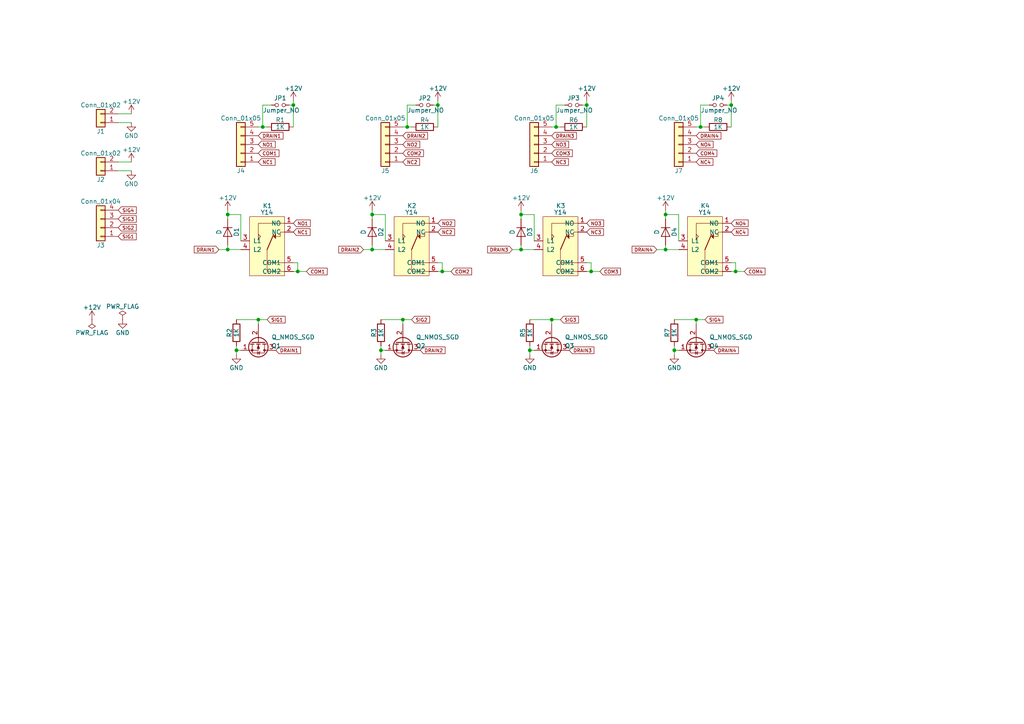
<source format=kicad_sch>
(kicad_sch (version 20230121) (generator eeschema)
  (paper "A4")
  (lib_symbols
    (symbol "relays_base-rescue:+12V" (power) (pin_names (offset 0))
      (property "Value" "+12V" (at 0 3.556 0))
      (symbol "+12V_0_1"
        (polyline (pts (xy -0.762 1.27) (xy 0 2.54)))
        (polyline (pts (xy 0 0) (xy 0 2.54)))
        (polyline (pts (xy 0 2.54) (xy 0.762 1.27)))
      )
      (symbol "+12V_1_1"
        (pin power_in line (at 0 0 90) (length 0) hide (name "+12V") (number "1"))
      )
    )
    (symbol "relays_base-rescue:Conn_01x02" (pin_names (offset 1.016) hide)
      (property "Reference" "J" (at 0 2.54 0))
      (property "Value" "Conn_01x02" (at 0 -5.08 0))
      (symbol "Conn_01x02_1_1"
        (rectangle (start -1.27 -2.413) (end 0 -2.667) (stroke (width 0.1524)))
        (rectangle (start -1.27 0.127) (end 0 -0.127) (stroke (width 0.1524)))
        (rectangle (start -1.27 1.27) (end 1.27 -3.81) (stroke (width 0.254)) (fill (type background)))
        (pin passive line (at -5.08 0 0) (length 3.81) (name "Pin_1") (number "1"))
        (pin passive line (at -5.08 -2.54 0) (length 3.81) (name "Pin_2") (number "2"))
      )
    )
    (symbol "relays_base-rescue:Conn_01x04" (pin_names (offset 1.016) hide)
      (property "Reference" "J" (at 0 5.08 0))
      (property "Value" "Conn_01x04" (at 0 -7.62 0))
      (symbol "Conn_01x04_1_1"
        (rectangle (start -1.27 -4.953) (end 0 -5.207) (stroke (width 0.1524)))
        (rectangle (start -1.27 -2.413) (end 0 -2.667) (stroke (width 0.1524)))
        (rectangle (start -1.27 0.127) (end 0 -0.127) (stroke (width 0.1524)))
        (rectangle (start -1.27 2.667) (end 0 2.413) (stroke (width 0.1524)))
        (rectangle (start -1.27 3.81) (end 1.27 -6.35) (stroke (width 0.254)) (fill (type background)))
        (pin passive line (at -5.08 2.54 0) (length 3.81) (name "Pin_1") (number "1"))
        (pin passive line (at -5.08 0 0) (length 3.81) (name "Pin_2") (number "2"))
        (pin passive line (at -5.08 -2.54 0) (length 3.81) (name "Pin_3") (number "3"))
        (pin passive line (at -5.08 -5.08 0) (length 3.81) (name "Pin_4") (number "4"))
      )
    )
    (symbol "relays_base-rescue:Conn_01x05" (pin_names (offset 1.016) hide)
      (property "Reference" "J" (at 0 7.62 0))
      (property "Value" "Conn_01x05" (at 0 -7.62 0))
      (symbol "Conn_01x05_1_1"
        (rectangle (start -1.27 -4.953) (end 0 -5.207) (stroke (width 0.1524)))
        (rectangle (start -1.27 -2.413) (end 0 -2.667) (stroke (width 0.1524)))
        (rectangle (start -1.27 0.127) (end 0 -0.127) (stroke (width 0.1524)))
        (rectangle (start -1.27 2.667) (end 0 2.413) (stroke (width 0.1524)))
        (rectangle (start -1.27 5.207) (end 0 4.953) (stroke (width 0.1524)))
        (rectangle (start -1.27 6.35) (end 1.27 -6.35) (stroke (width 0.254)) (fill (type background)))
        (pin passive line (at -5.08 5.08 0) (length 3.81) (name "Pin_1") (number "1"))
        (pin passive line (at -5.08 2.54 0) (length 3.81) (name "Pin_2") (number "2"))
        (pin passive line (at -5.08 0 0) (length 3.81) (name "Pin_3") (number "3"))
        (pin passive line (at -5.08 -2.54 0) (length 3.81) (name "Pin_4") (number "4"))
        (pin passive line (at -5.08 -5.08 0) (length 3.81) (name "Pin_5") (number "5"))
      )
    )
    (symbol "relays_base-rescue:D" (pin_numbers hide) (pin_names (offset 1.016) hide)
      (property "Reference" "D" (at 0 2.54 0))
      (property "Value" "D" (at 0 -2.54 0))
      (symbol "D_0_1"
        (polyline (pts (xy -1.27 1.27) (xy -1.27 -1.27)) (stroke (width 0.2032)))
        (polyline (pts (xy 1.27 0) (xy -1.27 0)))
        (polyline (pts (xy 1.27 1.27) (xy 1.27 -1.27) (xy -1.27 0) (xy 1.27 1.27)) (stroke (width 0.2032)))
      )
      (symbol "D_1_1"
        (pin passive line (at -3.81 0 0) (length 2.54) (name "K") (number "1"))
        (pin passive line (at 3.81 0 180) (length 2.54) (name "A") (number "2"))
      )
    )
    (symbol "relays_base-rescue:GND" (power) (pin_names (offset 0))
      (property "Value" "GND" (at 0 -3.81 0))
      (symbol "GND_0_1"
        (polyline (pts (xy 0 0) (xy 0 -1.27) (xy 1.27 -1.27) (xy 0 -2.54) (xy -1.27 -1.27) (xy 0 -1.27)))
      )
      (symbol "GND_1_1"
        (pin power_in line (at 0 0 270) (length 0) hide (name "GND") (number "1"))
      )
    )
    (symbol "relays_base-rescue:Jumper_NO_Small" (pin_numbers hide) (pin_names (offset 0.762) hide)
      (property "Reference" "JP" (at 0 2.032 0))
      (property "Value" "Jumper_NO_Small" (at 0.254 -1.524 0))
      (symbol "Jumper_NO_Small_0_1"
        (circle (center -1.016 0) (radius 0.508))
        (circle (center 1.016 0) (radius 0.508))
        (pin passive line (at -2.54 0 0) (length 1.016) (name "1") (number "1"))
        (pin passive line (at 2.54 0 180) (length 1.016) (name "2") (number "2"))
      )
    )
    (symbol "relays_base-rescue:PWR_FLAG" (power) (pin_numbers hide) (pin_names (offset 0) hide)
      (property "Value" "PWR_FLAG" (at 0 3.81 0))
      (symbol "PWR_FLAG_0_0"
        (pin power_out line (at 0 0 90) (length 0) (name "pwr") (number "1"))
      )
      (symbol "PWR_FLAG_0_1"
        (polyline (pts (xy 0 0) (xy 0 1.27) (xy -1.016 1.905) (xy 0 2.54) (xy 1.016 1.905) (xy 0 1.27)))
      )
    )
    (symbol "relays_base-rescue:Q_NMOS_SGD" (pin_names (offset 0) hide)
      (property "Reference" "Q" (at 5.08 1.27 0))
      (property "Value" "Q_NMOS_SGD" (at 5.08 -1.27 0))
      (symbol "Q_NMOS_SGD_0_1"
        (polyline (pts (xy 0.0508 0) (xy 0.254 0)))
        (polyline (pts (xy 0.762 -1.778) (xy 2.54 -1.778)))
        (polyline (pts (xy 0.762 -1.27) (xy 0.762 -2.286)) (stroke (width 0.254)))
        (polyline (pts (xy 0.762 0) (xy 2.54 0)))
        (polyline (pts (xy 0.762 0.508) (xy 0.762 -0.508)) (stroke (width 0.254)))
        (polyline (pts (xy 0.762 1.778) (xy 2.54 1.778)))
        (polyline (pts (xy 0.762 2.286) (xy 0.762 1.27)) (stroke (width 0.254)))
        (polyline (pts (xy 2.54 -1.778) (xy 2.54 -2.54)))
        (polyline (pts (xy 2.54 -1.778) (xy 2.54 0)))
        (polyline (pts (xy 2.54 2.54) (xy 2.54 1.778)))
        (polyline (pts (xy 0.254 1.905) (xy 0.254 -1.905) (xy 0.254 -1.905)) (stroke (width 0.254)))
        (polyline (pts (xy 1.016 0) (xy 2.032 0.381) (xy 2.032 -0.381) (xy 1.016 0)) (fill (type outline)))
        (polyline (pts (xy 2.54 -1.778) (xy 3.302 -1.778) (xy 3.302 1.778) (xy 2.54 1.778)))
        (polyline (pts (xy 2.794 0.508) (xy 2.921 0.381) (xy 3.683 0.381) (xy 3.81 0.254)))
        (polyline (pts (xy 3.302 0.381) (xy 2.921 -0.254) (xy 3.683 -0.254) (xy 3.302 0.381)))
        (circle (center 1.651 0) (radius 2.8194) (stroke (width 0.254)))
        (circle (center 2.54 -1.778) (radius 0.2794) (fill (type outline)))
        (circle (center 2.54 1.778) (radius 0.2794) (fill (type outline)))
      )
      (symbol "Q_NMOS_SGD_1_1"
        (pin passive line (at 2.54 -5.08 90) (length 2.54) (name "S") (number "1"))
        (pin input line (at -5.08 0 0) (length 5.08) (name "G") (number "2"))
        (pin passive line (at 2.54 5.08 270) (length 2.54) (name "D") (number "3"))
      )
    )
    (symbol "relays_base-rescue:R-RESCUE-relays_base" (pin_numbers hide) (pin_names (offset 0))
      (property "Reference" "R" (at 2.032 0 90))
      (property "Value" "R-RESCUE-relays_base" (at 0 0 90))
      (symbol "R-RESCUE-relays_base_0_1"
        (rectangle (start -1.016 -2.54) (end 1.016 2.54) (stroke (width 0.254)))
      )
      (symbol "R-RESCUE-relays_base_1_1"
        (pin passive line (at 0 3.81 270) (length 1.27) (name "~") (number "1"))
        (pin passive line (at 0 -3.81 90) (length 1.27) (name "~") (number "2"))
      )
    )
    (symbol "relays_base-rescue:Y14" (pin_names (offset 1.016))
      (property "Reference" "K" (at -1.27 11.43 0))
      (property "Value" "Y14" (at -1.905 9.525 0))
      (symbol "Y14_0_0"
        (polyline (pts (xy -2.54 1.905) (xy -2.54 3.175) (xy -1.905 2.54) (xy -2.54 1.905)))
      )
      (symbol "Y14_0_1"
        (rectangle (start -5.08 7.62) (end -5.08 7.62) (stroke (width 0.1016)))
        (rectangle (start -5.08 8.255) (end 5.08 -8.89) (stroke (width 0.127)) (fill (type background)))
        (polyline (pts (xy 1.905 3.175) (xy 0 -1.27)) (stroke (width 0.254)))
        (polyline (pts (xy 5.08 -5.08) (xy 0 -5.08)) (stroke (width 0.127)))
        (polyline (pts (xy -2.54 3.175) (xy -2.54 6.35) (xy 5.08 6.35)) (stroke (width 0.127)))
        (polyline (pts (xy 0 -1.27) (xy 0 -7.62) (xy 5.08 -7.62)) (stroke (width 0.127)))
        (polyline (pts (xy 2.54 3.175) (xy 1.905 2.54) (xy 2.54 1.905)) (fill (type outline)))
        (polyline (pts (xy 2.54 2.54) (xy 3.81 2.54) (xy 3.81 3.81) (xy 5.08 3.81)) (stroke (width 0.127)))
      )
      (symbol "Y14_1_1"
        (pin passive line (at 7.62 6.35 180) (length 2.54) (name "NO") (number "1"))
        (pin passive line (at 7.62 3.81 180) (length 2.54) (name "NC") (number "2"))
        (pin passive line (at -7.62 1.27 0) (length 2.54) (name "L1") (number "3"))
        (pin passive line (at -7.62 -1.27 0) (length 2.54) (name "L2") (number "4"))
        (pin passive line (at 7.62 -5.08 180) (length 2.54) (name "COM1") (number "5"))
        (pin passive line (at 7.62 -7.62 180) (length 2.54) (name "COM2") (number "6"))
      )
    )
  )
  (junction (at 128.27 78.74))
  (junction (at 107.95 72.39))
  (junction (at 76.2 36.83))
  (junction (at 195.58 101.6))
  (junction (at 193.04 72.39))
  (junction (at 171.45 78.74))
  (junction (at 153.67 101.6))
  (junction (at 116.84 92.71))
  (junction (at 66.04 62.23))
  (junction (at 151.13 62.23))
  (junction (at 203.2 36.83))
  (junction (at 68.58 101.6))
  (junction (at 160.02 92.71))
  (junction (at 161.29 36.83))
  (junction (at 86.36 78.74))
  (junction (at 212.09 30.48))
  (junction (at 127 30.48))
  (junction (at 170.18 30.48))
  (junction (at 85.09 30.48))
  (junction (at 66.04 72.39))
  (junction (at 74.93 92.71))
  (junction (at 118.11 36.83))
  (junction (at 110.49 101.6))
  (junction (at 213.36 78.74))
  (junction (at 201.93 92.71))
  (junction (at 107.95 62.23))
  (junction (at 193.04 62.23))
  (junction (at 151.13 72.39))
  (wire (pts (xy 76.2 36.83) (xy 76.2 30.48)))
  (wire (pts (xy 68.58 92.71) (xy 74.93 92.71)))
  (wire (pts (xy 110.49 100.33) (xy 110.49 101.6)))
  (wire (pts (xy 212.09 30.48) (xy 212.09 36.83)))
  (wire (pts (xy 171.45 76.2) (xy 171.45 78.74)))
  (wire (pts (xy 66.04 60.96) (xy 66.04 62.23)))
  (wire (pts (xy 69.85 69.85) (xy 69.85 62.23)))
  (wire (pts (xy 85.09 30.48) (xy 83.82 30.48)))
  (wire (pts (xy 151.13 72.39) (xy 154.94 72.39)))
  (wire (pts (xy 151.13 60.96) (xy 151.13 62.23)))
  (wire (pts (xy 151.13 71.12) (xy 151.13 72.39)))
  (wire (pts (xy 127 30.48) (xy 125.73 30.48)))
  (wire (pts (xy 203.2 30.48) (xy 205.74 30.48)))
  (wire (pts (xy 160.02 36.83) (xy 161.29 36.83)))
  (wire (pts (xy 170.18 29.21) (xy 170.18 30.48)))
  (wire (pts (xy 212.09 29.21) (xy 212.09 30.48)))
  (wire (pts (xy 116.84 92.71) (xy 116.84 93.98)))
  (wire (pts (xy 38.1 35.56) (xy 34.29 35.56)))
  (wire (pts (xy 76.2 36.83) (xy 77.47 36.83)))
  (wire (pts (xy 34.29 33.02) (xy 38.1 33.02)))
  (wire (pts (xy 170.18 30.48) (xy 168.91 30.48)))
  (wire (pts (xy 195.58 92.71) (xy 201.93 92.71)))
  (wire (pts (xy 118.11 36.83) (xy 119.38 36.83)))
  (wire (pts (xy 201.93 92.71) (xy 201.93 93.98)))
  (wire (pts (xy 213.36 76.2) (xy 213.36 78.74)))
  (wire (pts (xy 76.2 30.48) (xy 78.74 30.48)))
  (wire (pts (xy 170.18 78.74) (xy 171.45 78.74)))
  (wire (pts (xy 154.94 69.85) (xy 154.94 62.23)))
  (wire (pts (xy 74.93 36.83) (xy 76.2 36.83)))
  (wire (pts (xy 153.67 101.6) (xy 153.67 102.87)))
  (wire (pts (xy 213.36 78.74) (xy 215.9 78.74)))
  (wire (pts (xy 170.18 30.48) (xy 170.18 36.83)))
  (wire (pts (xy 110.49 101.6) (xy 110.49 102.87)))
  (wire (pts (xy 161.29 36.83) (xy 162.56 36.83)))
  (wire (pts (xy 128.27 76.2) (xy 128.27 78.74)))
  (wire (pts (xy 190.5 72.39) (xy 193.04 72.39)))
  (wire (pts (xy 111.76 62.23) (xy 107.95 62.23)))
  (wire (pts (xy 195.58 101.6) (xy 195.58 102.87)))
  (wire (pts (xy 212.09 76.2) (xy 213.36 76.2)))
  (wire (pts (xy 170.18 76.2) (xy 171.45 76.2)))
  (wire (pts (xy 154.94 62.23) (xy 151.13 62.23)))
  (wire (pts (xy 85.09 78.74) (xy 86.36 78.74)))
  (wire (pts (xy 66.04 62.23) (xy 66.04 63.5)))
  (wire (pts (xy 74.93 92.71) (xy 74.93 93.98)))
  (wire (pts (xy 201.93 36.83) (xy 203.2 36.83)))
  (wire (pts (xy 34.29 46.99) (xy 38.1 46.99)))
  (wire (pts (xy 38.1 49.53) (xy 34.29 49.53)))
  (wire (pts (xy 63.5 72.39) (xy 66.04 72.39)))
  (wire (pts (xy 160.02 92.71) (xy 160.02 93.98)))
  (wire (pts (xy 74.93 92.71) (xy 77.47 92.71)))
  (wire (pts (xy 212.09 78.74) (xy 213.36 78.74)))
  (wire (pts (xy 105.41 72.39) (xy 107.95 72.39)))
  (wire (pts (xy 68.58 100.33) (xy 68.58 101.6)))
  (wire (pts (xy 127 78.74) (xy 128.27 78.74)))
  (wire (pts (xy 196.85 62.23) (xy 193.04 62.23)))
  (wire (pts (xy 203.2 36.83) (xy 203.2 30.48)))
  (wire (pts (xy 153.67 100.33) (xy 153.67 101.6)))
  (wire (pts (xy 153.67 92.71) (xy 160.02 92.71)))
  (wire (pts (xy 118.11 36.83) (xy 118.11 30.48)))
  (wire (pts (xy 196.85 69.85) (xy 196.85 62.23)))
  (wire (pts (xy 69.85 62.23) (xy 66.04 62.23)))
  (wire (pts (xy 127 30.48) (xy 127 36.83)))
  (wire (pts (xy 195.58 100.33) (xy 195.58 101.6)))
  (wire (pts (xy 203.2 36.83) (xy 204.47 36.83)))
  (wire (pts (xy 107.95 72.39) (xy 111.76 72.39)))
  (wire (pts (xy 195.58 101.6) (xy 196.85 101.6)))
  (wire (pts (xy 107.95 62.23) (xy 107.95 63.5)))
  (wire (pts (xy 127 76.2) (xy 128.27 76.2)))
  (wire (pts (xy 107.95 71.12) (xy 107.95 72.39)))
  (wire (pts (xy 110.49 101.6) (xy 111.76 101.6)))
  (wire (pts (xy 68.58 101.6) (xy 68.58 102.87)))
  (wire (pts (xy 66.04 71.12) (xy 66.04 72.39)))
  (wire (pts (xy 193.04 72.39) (xy 196.85 72.39)))
  (wire (pts (xy 111.76 69.85) (xy 111.76 62.23)))
  (wire (pts (xy 161.29 30.48) (xy 163.83 30.48)))
  (wire (pts (xy 193.04 71.12) (xy 193.04 72.39)))
  (wire (pts (xy 148.59 72.39) (xy 151.13 72.39)))
  (wire (pts (xy 116.84 36.83) (xy 118.11 36.83)))
  (wire (pts (xy 66.04 72.39) (xy 69.85 72.39)))
  (wire (pts (xy 128.27 78.74) (xy 130.81 78.74)))
  (wire (pts (xy 171.45 78.74) (xy 173.99 78.74)))
  (wire (pts (xy 85.09 29.21) (xy 85.09 30.48)))
  (wire (pts (xy 116.84 92.71) (xy 119.38 92.71)))
  (wire (pts (xy 127 29.21) (xy 127 30.48)))
  (wire (pts (xy 86.36 76.2) (xy 86.36 78.74)))
  (wire (pts (xy 160.02 92.71) (xy 162.56 92.71)))
  (wire (pts (xy 212.09 30.48) (xy 210.82 30.48)))
  (wire (pts (xy 151.13 62.23) (xy 151.13 63.5)))
  (wire (pts (xy 107.95 60.96) (xy 107.95 62.23)))
  (wire (pts (xy 110.49 92.71) (xy 116.84 92.71)))
  (wire (pts (xy 118.11 30.48) (xy 120.65 30.48)))
  (wire (pts (xy 201.93 92.71) (xy 204.47 92.71)))
  (wire (pts (xy 193.04 60.96) (xy 193.04 62.23)))
  (wire (pts (xy 193.04 62.23) (xy 193.04 63.5)))
  (wire (pts (xy 85.09 30.48) (xy 85.09 36.83)))
  (wire (pts (xy 161.29 36.83) (xy 161.29 30.48)))
  (wire (pts (xy 68.58 101.6) (xy 69.85 101.6)))
  (wire (pts (xy 86.36 78.74) (xy 88.9 78.74)))
  (wire (pts (xy 153.67 101.6) (xy 154.94 101.6)))
  (wire (pts (xy 85.09 76.2) (xy 86.36 76.2)))
  (global_label "DRAIN3" (shape input) (at 165.1 101.6 0) (effects (font (size 0.9906 0.9906))) (property "Intersheetrefs" "${INTERSHEET_REFS}" (effects hide)))
  (global_label "DRAIN1" (shape input) (at 74.93 39.37 0) (effects (font (size 0.9906 0.9906))) (property "Intersheetrefs" "${INTERSHEET_REFS}" (effects hide)))
  (global_label "DRAIN2" (shape input) (at 121.92 101.6 0) (effects (font (size 0.9906 0.9906))) (property "Intersheetrefs" "${INTERSHEET_REFS}" (effects hide)))
  (global_label "NO3" (shape input) (at 170.18 64.77 0) (effects (font (size 0.9906 0.9906))) (property "Intersheetrefs" "${INTERSHEET_REFS}" (effects hide)))
  (global_label "NC4" (shape input) (at 212.09 67.31 0) (effects (font (size 0.9906 0.9906))) (property "Intersheetrefs" "${INTERSHEET_REFS}" (effects hide)))
  (global_label "SIG1" (shape input) (at 34.29 68.58 0) (effects (font (size 0.9906 0.9906))) (property "Intersheetrefs" "${INTERSHEET_REFS}" (effects hide)))
  (global_label "NC4" (shape input) (at 201.93 46.99 0) (effects (font (size 0.9906 0.9906))) (property "Intersheetrefs" "${INTERSHEET_REFS}" (effects hide)))
  (global_label "NO4" (shape input) (at 212.09 64.77 0) (effects (font (size 0.9906 0.9906))) (property "Intersheetrefs" "${INTERSHEET_REFS}" (effects hide)))
  (global_label "DRAIN4" (shape input) (at 201.93 39.37 0) (effects (font (size 0.9906 0.9906))) (property "Intersheetrefs" "${INTERSHEET_REFS}" (effects hide)))
  (global_label "NC2" (shape input) (at 127 67.31 0) (effects (font (size 0.9906 0.9906))) (property "Intersheetrefs" "${INTERSHEET_REFS}" (effects hide)))
  (global_label "NO2" (shape input) (at 116.84 41.91 0) (effects (font (size 0.9906 0.9906))) (property "Intersheetrefs" "${INTERSHEET_REFS}" (effects hide)))
  (global_label "SIG3" (shape input) (at 34.29 63.5 0) (effects (font (size 0.9906 0.9906))) (property "Intersheetrefs" "${INTERSHEET_REFS}" (effects hide)))
  (global_label "NC3" (shape input) (at 160.02 46.99 0) (effects (font (size 0.9906 0.9906))) (property "Intersheetrefs" "${INTERSHEET_REFS}" (effects hide)))
  (global_label "NO1" (shape input) (at 85.09 64.77 0) (effects (font (size 0.9906 0.9906))) (property "Intersheetrefs" "${INTERSHEET_REFS}" (effects hide)))
  (global_label "NC3" (shape input) (at 170.18 67.31 0) (effects (font (size 0.9906 0.9906))) (property "Intersheetrefs" "${INTERSHEET_REFS}" (effects hide)))
  (global_label "NO2" (shape input) (at 127 64.77 0) (effects (font (size 0.9906 0.9906))) (property "Intersheetrefs" "${INTERSHEET_REFS}" (effects hide)))
  (global_label "SIG2" (shape input) (at 34.29 66.04 0) (effects (font (size 0.9906 0.9906))) (property "Intersheetrefs" "${INTERSHEET_REFS}" (effects hide)))
  (global_label "NO1" (shape input) (at 74.93 41.91 0) (effects (font (size 0.9906 0.9906))) (property "Intersheetrefs" "${INTERSHEET_REFS}" (effects hide)))
  (global_label "COM3" (shape input) (at 160.02 44.45 0) (effects (font (size 0.9906 0.9906))) (property "Intersheetrefs" "${INTERSHEET_REFS}" (effects hide)))
  (global_label "SIG4" (shape input) (at 204.47 92.71 0) (effects (font (size 0.9906 0.9906))) (property "Intersheetrefs" "${INTERSHEET_REFS}" (effects hide)))
  (global_label "COM2" (shape input) (at 116.84 44.45 0) (effects (font (size 0.9906 0.9906))) (property "Intersheetrefs" "${INTERSHEET_REFS}" (effects hide)))
  (global_label "COM3" (shape input) (at 173.99 78.74 0) (effects (font (size 0.9906 0.9906))) (property "Intersheetrefs" "${INTERSHEET_REFS}" (effects hide)))
  (global_label "COM4" (shape input) (at 215.9 78.74 0) (effects (font (size 0.9906 0.9906))) (property "Intersheetrefs" "${INTERSHEET_REFS}" (effects hide)))
  (global_label "DRAIN4" (shape input) (at 207.01 101.6 0) (effects (font (size 0.9906 0.9906))) (property "Intersheetrefs" "${INTERSHEET_REFS}" (effects hide)))
  (global_label "NC1" (shape input) (at 85.09 67.31 0) (effects (font (size 0.9906 0.9906))) (property "Intersheetrefs" "${INTERSHEET_REFS}" (effects hide)))
  (global_label "DRAIN2" (shape input) (at 105.41 72.39 180) (effects (font (size 0.9906 0.9906))) (property "Intersheetrefs" "${INTERSHEET_REFS}" (effects hide)))
  (global_label "DRAIN1" (shape input) (at 63.5 72.39 180) (effects (font (size 0.9906 0.9906))) (property "Intersheetrefs" "${INTERSHEET_REFS}" (effects hide)))
  (global_label "COM1" (shape input) (at 74.93 44.45 0) (effects (font (size 0.9906 0.9906))) (property "Intersheetrefs" "${INTERSHEET_REFS}" (effects hide)))
  (global_label "COM2" (shape input) (at 130.81 78.74 0) (effects (font (size 0.9906 0.9906))) (property "Intersheetrefs" "${INTERSHEET_REFS}" (effects hide)))
  (global_label "DRAIN1" (shape input) (at 80.01 101.6 0) (effects (font (size 0.9906 0.9906))) (property "Intersheetrefs" "${INTERSHEET_REFS}" (effects hide)))
  (global_label "DRAIN3" (shape input) (at 148.59 72.39 180) (effects (font (size 0.9906 0.9906))) (property "Intersheetrefs" "${INTERSHEET_REFS}" (effects hide)))
  (global_label "SIG3" (shape input) (at 162.56 92.71 0) (effects (font (size 0.9906 0.9906))) (property "Intersheetrefs" "${INTERSHEET_REFS}" (effects hide)))
  (global_label "DRAIN2" (shape input) (at 116.84 39.37 0) (effects (font (size 0.9906 0.9906))) (property "Intersheetrefs" "${INTERSHEET_REFS}" (effects hide)))
  (global_label "DRAIN4" (shape input) (at 190.5 72.39 180) (effects (font (size 0.9906 0.9906))) (property "Intersheetrefs" "${INTERSHEET_REFS}" (effects hide)))
  (global_label "COM1" (shape input) (at 88.9 78.74 0) (effects (font (size 0.9906 0.9906))) (property "Intersheetrefs" "${INTERSHEET_REFS}" (effects hide)))
  (global_label "DRAIN3" (shape input) (at 160.02 39.37 0) (effects (font (size 0.9906 0.9906))) (property "Intersheetrefs" "${INTERSHEET_REFS}" (effects hide)))
  (global_label "SIG1" (shape input) (at 77.47 92.71 0) (effects (font (size 0.9906 0.9906))) (property "Intersheetrefs" "${INTERSHEET_REFS}" (effects hide)))
  (global_label "NC1" (shape input) (at 74.93 46.99 0) (effects (font (size 0.9906 0.9906))) (property "Intersheetrefs" "${INTERSHEET_REFS}" (effects hide)))
  (global_label "NC2" (shape input) (at 116.84 46.99 0) (effects (font (size 0.9906 0.9906))) (property "Intersheetrefs" "${INTERSHEET_REFS}" (effects hide)))
  (global_label "SIG2" (shape input) (at 119.38 92.71 0) (effects (font (size 0.9906 0.9906))) (property "Intersheetrefs" "${INTERSHEET_REFS}" (effects hide)))
  (global_label "COM4" (shape input) (at 201.93 44.45 0) (effects (font (size 0.9906 0.9906))) (property "Intersheetrefs" "${INTERSHEET_REFS}" (effects hide)))
  (global_label "NO3" (shape input) (at 160.02 41.91 0) (effects (font (size 0.9906 0.9906))) (property "Intersheetrefs" "${INTERSHEET_REFS}" (effects hide)))
  (global_label "NO4" (shape input) (at 201.93 41.91 0) (effects (font (size 0.9906 0.9906))) (property "Intersheetrefs" "${INTERSHEET_REFS}" (effects hide)))
  (global_label "SIG4" (shape input) (at 34.29 60.96 0) (effects (font (size 0.9906 0.9906))) (property "Intersheetrefs" "${INTERSHEET_REFS}" (effects hide)))
  (symbol (lib_id "relays_base-rescue:Q_NMOS_SGD") (at 74.93 99.06 270) (unit 1)
    (property "Reference" "Q1" (at 78.74 100.33 90) (effects (justify left)))
    (property "Value" "Q_NMOS_SGD" (at 78.74 97.79 90) (effects (justify left)))
    (property "Footprint" "Package_TO_SOT_THT:TO-92_Inline" (effects hide))
  )
  (symbol (lib_id "relays_base-rescue:GND") (at 68.58 102.87 0) (unit 1)
    (property "Reference" "#PWR01" (effects hide))
    (property "Value" "GND" (at 68.58 106.68 0))
  )
  (symbol (lib_id "relays_base-rescue:+12V") (at 66.04 60.96 0) (unit 1)
    (property "Reference" "#PWR02" (effects hide))
    (property "Value" "+12V" (at 66.04 57.404 0))
  )
  (symbol (lib_id "relays_base-rescue:R-RESCUE-relays_base") (at 68.58 96.52 180) (unit 1)
    (property "Reference" "R2" (at 66.548 96.52 90))
    (property "Value" "1K" (at 68.58 96.52 90))
    (property "Footprint" "Resistor_THT:R_Axial_DIN0207_L6.3mm_D2.5mm_P2.54mm_Vertical" (effects hide))
  )
  (symbol (lib_id "relays_base-rescue:Conn_01x04") (at 29.21 66.04 180) (unit 1)
    (property "Reference" "J3" (at 29.21 71.12 0))
    (property "Value" "Conn_01x04" (at 29.21 58.42 0))
    (property "Footprint" "Connector_PinHeader_2.54mm:PinHeader_1x04_P2.54mm_Vertical" (effects hide))
  )
  (symbol (lib_id "relays_base-rescue:R-RESCUE-relays_base") (at 81.28 36.83 90) (unit 1)
    (property "Reference" "R1" (at 81.28 34.798 90))
    (property "Value" "1K" (at 81.28 36.83 90))
    (property "Footprint" "Resistor_THT:R_Axial_DIN0207_L6.3mm_D2.5mm_P2.54mm_Vertical" (effects hide))
  )
  (symbol (lib_id "relays_base-rescue:+12V") (at 85.09 29.21 0) (unit 1)
    (property "Reference" "#PWR03" (effects hide))
    (property "Value" "+12V" (at 85.09 25.654 0))
  )
  (symbol (lib_id "relays_base-rescue:Conn_01x02") (at 29.21 35.56 180) (unit 1)
    (property "Reference" "J1" (at 29.21 38.1 0))
    (property "Value" "Conn_01x02" (at 29.21 30.48 0))
    (property "Footprint" "Connector_PinHeader_2.54mm:PinHeader_1x02_P2.54mm_Vertical" (effects hide))
  )
  (symbol (lib_id "relays_base-rescue:+12V") (at 38.1 33.02 0) (unit 1)
    (property "Reference" "#PWR04" (effects hide))
    (property "Value" "+12V" (at 38.1 29.464 0))
  )
  (symbol (lib_id "relays_base-rescue:GND") (at 38.1 35.56 0) (unit 1)
    (property "Reference" "#PWR05" (effects hide))
    (property "Value" "GND" (at 38.1 39.37 0))
  )
  (symbol (lib_id "relays_base-rescue:Conn_01x02") (at 29.21 49.53 180) (unit 1)
    (property "Reference" "J2" (at 29.21 52.07 0))
    (property "Value" "Conn_01x02" (at 29.21 44.45 0))
    (property "Footprint" "Connector_PinHeader_2.54mm:PinHeader_1x02_P2.54mm_Vertical" (effects hide))
  )
  (symbol (lib_id "relays_base-rescue:+12V") (at 38.1 46.99 0) (unit 1)
    (property "Reference" "#PWR06" (effects hide))
    (property "Value" "+12V" (at 38.1 43.434 0))
  )
  (symbol (lib_id "relays_base-rescue:GND") (at 38.1 49.53 0) (unit 1)
    (property "Reference" "#PWR07" (effects hide))
    (property "Value" "GND" (at 38.1 53.34 0))
  )
  (symbol (lib_id "relays_base-rescue:D") (at 66.04 67.31 270) (unit 1)
    (property "Reference" "D1" (at 68.58 67.31 0))
    (property "Value" "D" (at 63.5 67.31 0))
    (property "Footprint" "Diode_THT:D_A-405_P7.62mm_Horizontal" (effects hide))
  )
  (symbol (lib_id "relays_base-rescue:Jumper_NO_Small") (at 81.28 30.48 0) (unit 1)
    (property "Reference" "JP1" (at 81.28 28.448 0))
    (property "Value" "Jumper_NO" (at 81.534 32.004 0))
    (property "Footprint" "Jumper:SolderJumper_01x02" (effects hide))
  )
  (symbol (lib_id "relays_base-rescue:Y14") (at 77.47 71.12 0) (unit 1)
    (property "Reference" "K1" (at 76.2 59.69 0) (effects (justify left)))
    (property "Value" "Y14" (at 75.565 61.595 0) (effects (justify left)))
    (property "Footprint" "Relay_THT:Relay_Y14" (effects hide))
  )
  (symbol (lib_id "relays_base-rescue:Conn_01x05") (at 69.85 41.91 180) (unit 1)
    (property "Reference" "J4" (at 69.85 49.53 0))
    (property "Value" "Conn_01x05" (at 69.85 34.29 0))
    (property "Footprint" "Connector_PinHeader_2.54mm:PinHeader_1x05_P2.54mm_Vertical" (effects hide))
  )
  (symbol (lib_id "relays_base-rescue:Q_NMOS_SGD") (at 116.84 99.06 270) (unit 1)
    (property "Reference" "Q2" (at 120.65 100.33 90) (effects (justify left)))
    (property "Value" "Q_NMOS_SGD" (at 120.65 97.79 90) (effects (justify left)))
    (property "Footprint" "Package_TO_SOT_THT:TO-92_Inline" (effects hide))
  )
  (symbol (lib_id "relays_base-rescue:GND") (at 110.49 102.87 0) (unit 1)
    (property "Reference" "#PWR08" (effects hide))
    (property "Value" "GND" (at 110.49 106.68 0))
  )
  (symbol (lib_id "relays_base-rescue:+12V") (at 107.95 60.96 0) (unit 1)
    (property "Reference" "#PWR09" (effects hide))
    (property "Value" "+12V" (at 107.95 57.404 0))
  )
  (symbol (lib_id "relays_base-rescue:R-RESCUE-relays_base") (at 110.49 96.52 180) (unit 1)
    (property "Reference" "R3" (at 108.458 96.52 90))
    (property "Value" "1K" (at 110.49 96.52 90))
    (property "Footprint" "Resistor_THT:R_Axial_DIN0207_L6.3mm_D2.5mm_P2.54mm_Vertical" (effects hide))
  )
  (symbol (lib_id "relays_base-rescue:R-RESCUE-relays_base") (at 123.19 36.83 90) (unit 1)
    (property "Reference" "R4" (at 123.19 34.798 90))
    (property "Value" "1K" (at 123.19 36.83 90))
    (property "Footprint" "Resistor_THT:R_Axial_DIN0207_L6.3mm_D2.5mm_P2.54mm_Vertical" (effects hide))
  )
  (symbol (lib_id "relays_base-rescue:+12V") (at 127 29.21 0) (unit 1)
    (property "Reference" "#PWR010" (effects hide))
    (property "Value" "+12V" (at 127 25.654 0))
  )
  (symbol (lib_id "relays_base-rescue:D") (at 107.95 67.31 270) (unit 1)
    (property "Reference" "D2" (at 110.49 67.31 0))
    (property "Value" "D" (at 105.41 67.31 0))
    (property "Footprint" "Diode_THT:D_A-405_P7.62mm_Horizontal" (effects hide))
  )
  (symbol (lib_id "relays_base-rescue:Jumper_NO_Small") (at 123.19 30.48 0) (unit 1)
    (property "Reference" "JP2" (at 123.19 28.448 0))
    (property "Value" "Jumper_NO" (at 123.444 32.004 0))
    (property "Footprint" "Jumper:SolderJumper_01x02" (effects hide))
  )
  (symbol (lib_id "relays_base-rescue:Conn_01x05") (at 111.76 41.91 180) (unit 1)
    (property "Reference" "J5" (at 111.76 49.53 0))
    (property "Value" "Conn_01x05" (at 111.76 34.29 0))
    (property "Footprint" "Connector_PinHeader_2.54mm:PinHeader_1x05_P2.54mm_Vertical" (effects hide))
  )
  (symbol (lib_id "relays_base-rescue:Y14") (at 119.38 71.12 0) (unit 1)
    (property "Reference" "K2" (at 118.11 59.69 0) (effects (justify left)))
    (property "Value" "Y14" (at 117.475 61.595 0) (effects (justify left)))
    (property "Footprint" "Relay_THT:Relay_Y14" (effects hide))
  )
  (symbol (lib_id "relays_base-rescue:Q_NMOS_SGD") (at 160.02 99.06 270) (unit 1)
    (property "Reference" "Q3" (at 163.83 100.33 90) (effects (justify left)))
    (property "Value" "Q_NMOS_SGD" (at 163.83 97.79 90) (effects (justify left)))
    (property "Footprint" "Package_TO_SOT_THT:TO-92_Inline" (effects hide))
  )
  (symbol (lib_id "relays_base-rescue:GND") (at 153.67 102.87 0) (unit 1)
    (property "Reference" "#PWR011" (effects hide))
    (property "Value" "GND" (at 153.67 106.68 0))
  )
  (symbol (lib_id "relays_base-rescue:+12V") (at 151.13 60.96 0) (unit 1)
    (property "Reference" "#PWR012" (effects hide))
    (property "Value" "+12V" (at 151.13 57.404 0))
  )
  (symbol (lib_id "relays_base-rescue:R-RESCUE-relays_base") (at 153.67 96.52 180) (unit 1)
    (property "Reference" "R5" (at 151.638 96.52 90))
    (property "Value" "1K" (at 153.67 96.52 90))
    (property "Footprint" "Resistor_THT:R_Axial_DIN0207_L6.3mm_D2.5mm_P2.54mm_Vertical" (effects hide))
  )
  (symbol (lib_id "relays_base-rescue:R-RESCUE-relays_base") (at 166.37 36.83 90) (unit 1)
    (property "Reference" "R6" (at 166.37 34.798 90))
    (property "Value" "1K" (at 166.37 36.83 90))
    (property "Footprint" "Resistor_THT:R_Axial_DIN0207_L6.3mm_D2.5mm_P2.54mm_Vertical" (effects hide))
  )
  (symbol (lib_id "relays_base-rescue:+12V") (at 170.18 29.21 0) (unit 1)
    (property "Reference" "#PWR013" (effects hide))
    (property "Value" "+12V" (at 170.18 25.654 0))
  )
  (symbol (lib_id "relays_base-rescue:D") (at 151.13 67.31 270) (unit 1)
    (property "Reference" "D3" (at 153.67 67.31 0))
    (property "Value" "D" (at 148.59 67.31 0))
    (property "Footprint" "Diode_THT:D_A-405_P7.62mm_Horizontal" (effects hide))
  )
  (symbol (lib_id "relays_base-rescue:Jumper_NO_Small") (at 166.37 30.48 0) (unit 1)
    (property "Reference" "JP3" (at 166.37 28.448 0))
    (property "Value" "Jumper_NO" (at 166.624 32.004 0))
    (property "Footprint" "Jumper:SolderJumper_01x02" (effects hide))
  )
  (symbol (lib_id "relays_base-rescue:Conn_01x05") (at 154.94 41.91 180) (unit 1)
    (property "Reference" "J6" (at 154.94 49.53 0))
    (property "Value" "Conn_01x05" (at 154.94 34.29 0))
    (property "Footprint" "Connector_PinHeader_2.54mm:PinHeader_1x05_P2.54mm_Vertical" (effects hide))
  )
  (symbol (lib_id "relays_base-rescue:Y14") (at 162.56 71.12 0) (unit 1)
    (property "Reference" "K3" (at 161.29 59.69 0) (effects (justify left)))
    (property "Value" "Y14" (at 160.655 61.595 0) (effects (justify left)))
    (property "Footprint" "Relay_THT:Relay_Y14" (effects hide))
  )
  (symbol (lib_id "relays_base-rescue:Q_NMOS_SGD") (at 201.93 99.06 270) (unit 1)
    (property "Reference" "Q4" (at 205.74 100.33 90) (effects (justify left)))
    (property "Value" "Q_NMOS_SGD" (at 205.74 97.79 90) (effects (justify left)))
    (property "Footprint" "Package_TO_SOT_THT:TO-92_Inline" (effects hide))
  )
  (symbol (lib_id "relays_base-rescue:GND") (at 195.58 102.87 0) (unit 1)
    (property "Reference" "#PWR014" (effects hide))
    (property "Value" "GND" (at 195.58 106.68 0))
  )
  (symbol (lib_id "relays_base-rescue:+12V") (at 193.04 60.96 0) (unit 1)
    (property "Reference" "#PWR015" (effects hide))
    (property "Value" "+12V" (at 193.04 57.404 0))
  )
  (symbol (lib_id "relays_base-rescue:R-RESCUE-relays_base") (at 195.58 96.52 180) (unit 1)
    (property "Reference" "R7" (at 193.548 96.52 90))
    (property "Value" "1K" (at 195.58 96.52 90))
    (property "Footprint" "Resistor_THT:R_Axial_DIN0207_L6.3mm_D2.5mm_P2.54mm_Vertical" (effects hide))
  )
  (symbol (lib_id "relays_base-rescue:R-RESCUE-relays_base") (at 208.28 36.83 90) (unit 1)
    (property "Reference" "R8" (at 208.28 34.798 90))
    (property "Value" "1K" (at 208.28 36.83 90))
    (property "Footprint" "Resistor_THT:R_Axial_DIN0207_L6.3mm_D2.5mm_P2.54mm_Vertical" (effects hide))
  )
  (symbol (lib_id "relays_base-rescue:+12V") (at 212.09 29.21 0) (unit 1)
    (property "Reference" "#PWR016" (effects hide))
    (property "Value" "+12V" (at 212.09 25.654 0))
  )
  (symbol (lib_id "relays_base-rescue:D") (at 193.04 67.31 270) (unit 1)
    (property "Reference" "D4" (at 195.58 67.31 0))
    (property "Value" "D" (at 190.5 67.31 0))
    (property "Footprint" "Diode_THT:D_A-405_P7.62mm_Horizontal" (effects hide))
  )
  (symbol (lib_id "relays_base-rescue:Jumper_NO_Small") (at 208.28 30.48 0) (unit 1)
    (property "Reference" "JP4" (at 208.28 28.448 0))
    (property "Value" "Jumper_NO" (at 208.534 32.004 0))
    (property "Footprint" "Jumper:SolderJumper_01x02" (effects hide))
  )
  (symbol (lib_id "relays_base-rescue:Conn_01x05") (at 196.85 41.91 180) (unit 1)
    (property "Reference" "J7" (at 196.85 49.53 0))
    (property "Value" "Conn_01x05" (at 196.85 34.29 0))
    (property "Footprint" "Connector_PinHeader_2.54mm:PinHeader_1x05_P2.54mm_Vertical" (effects hide))
  )
  (symbol (lib_id "relays_base-rescue:Y14") (at 204.47 71.12 0) (unit 1)
    (property "Reference" "K4" (at 203.2 59.69 0) (effects (justify left)))
    (property "Value" "Y14" (at 202.565 61.595 0) (effects (justify left)))
    (property "Footprint" "Relay_THT:Relay_Y14" (effects hide))
  )
  (symbol (lib_id "relays_base-rescue:PWR_FLAG") (at 35.56 92.71 0) (unit 1)
    (property "Reference" "#FLG017" (effects hide))
    (property "Value" "PWR_FLAG" (at 35.56 88.9 0))
  )
  (symbol (lib_id "relays_base-rescue:PWR_FLAG") (at 26.67 92.71 180) (unit 1)
    (property "Reference" "#FLG018" (effects hide))
    (property "Value" "PWR_FLAG" (at 26.67 96.52 0))
  )
  (symbol (lib_id "relays_base-rescue:GND") (at 35.56 92.71 0) (unit 1)
    (property "Reference" "#PWR019" (effects hide))
    (property "Value" "GND" (at 35.56 96.52 0))
  )
  (symbol (lib_id "relays_base-rescue:+12V") (at 26.67 92.71 0) (unit 1)
    (property "Reference" "#PWR020" (effects hide))
    (property "Value" "+12V" (at 26.67 89.154 0))
  )
)
</source>
